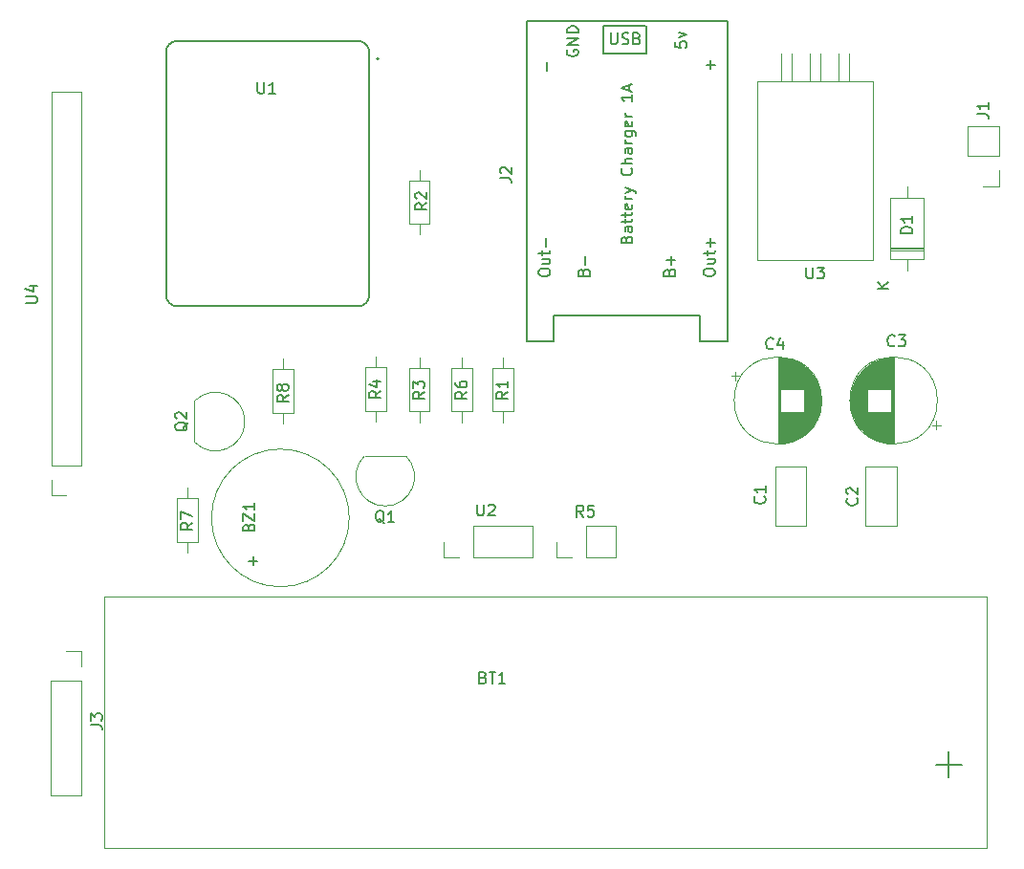
<source format=gbr>
%TF.GenerationSoftware,KiCad,Pcbnew,9.0.3*%
%TF.CreationDate,2025-08-16T14:39:39+02:00*%
%TF.ProjectId,pico-gps-spedometer,7069636f-2d67-4707-932d-737065646f6d,rev?*%
%TF.SameCoordinates,Original*%
%TF.FileFunction,Legend,Top*%
%TF.FilePolarity,Positive*%
%FSLAX46Y46*%
G04 Gerber Fmt 4.6, Leading zero omitted, Abs format (unit mm)*
G04 Created by KiCad (PCBNEW 9.0.3) date 2025-08-16 14:39:39*
%MOMM*%
%LPD*%
G01*
G04 APERTURE LIST*
%ADD10C,0.150000*%
%ADD11C,0.120000*%
%ADD12C,0.127000*%
%ADD13C,0.200000*%
G04 APERTURE END LIST*
D10*
X93964285Y-82431009D02*
X94107142Y-82478628D01*
X94107142Y-82478628D02*
X94154761Y-82526247D01*
X94154761Y-82526247D02*
X94202380Y-82621485D01*
X94202380Y-82621485D02*
X94202380Y-82764342D01*
X94202380Y-82764342D02*
X94154761Y-82859580D01*
X94154761Y-82859580D02*
X94107142Y-82907200D01*
X94107142Y-82907200D02*
X94011904Y-82954819D01*
X94011904Y-82954819D02*
X93630952Y-82954819D01*
X93630952Y-82954819D02*
X93630952Y-81954819D01*
X93630952Y-81954819D02*
X93964285Y-81954819D01*
X93964285Y-81954819D02*
X94059523Y-82002438D01*
X94059523Y-82002438D02*
X94107142Y-82050057D01*
X94107142Y-82050057D02*
X94154761Y-82145295D01*
X94154761Y-82145295D02*
X94154761Y-82240533D01*
X94154761Y-82240533D02*
X94107142Y-82335771D01*
X94107142Y-82335771D02*
X94059523Y-82383390D01*
X94059523Y-82383390D02*
X93964285Y-82431009D01*
X93964285Y-82431009D02*
X93630952Y-82431009D01*
X94488095Y-81954819D02*
X95059523Y-81954819D01*
X94773809Y-82954819D02*
X94773809Y-81954819D01*
X95916666Y-82954819D02*
X95345238Y-82954819D01*
X95630952Y-82954819D02*
X95630952Y-81954819D01*
X95630952Y-81954819D02*
X95535714Y-82097676D01*
X95535714Y-82097676D02*
X95440476Y-82192914D01*
X95440476Y-82192914D02*
X95345238Y-82240533D01*
X134037142Y-90139700D02*
X136322857Y-90139700D01*
X135179999Y-91282557D02*
X135179999Y-88996842D01*
X131954819Y-43078094D02*
X130954819Y-43078094D01*
X130954819Y-43078094D02*
X130954819Y-42839999D01*
X130954819Y-42839999D02*
X131002438Y-42697142D01*
X131002438Y-42697142D02*
X131097676Y-42601904D01*
X131097676Y-42601904D02*
X131192914Y-42554285D01*
X131192914Y-42554285D02*
X131383390Y-42506666D01*
X131383390Y-42506666D02*
X131526247Y-42506666D01*
X131526247Y-42506666D02*
X131716723Y-42554285D01*
X131716723Y-42554285D02*
X131811961Y-42601904D01*
X131811961Y-42601904D02*
X131907200Y-42697142D01*
X131907200Y-42697142D02*
X131954819Y-42839999D01*
X131954819Y-42839999D02*
X131954819Y-43078094D01*
X131954819Y-41554285D02*
X131954819Y-42125713D01*
X131954819Y-41839999D02*
X130954819Y-41839999D01*
X130954819Y-41839999D02*
X131097676Y-41935237D01*
X131097676Y-41935237D02*
X131192914Y-42030475D01*
X131192914Y-42030475D02*
X131240533Y-42125713D01*
X129854819Y-48011904D02*
X128854819Y-48011904D01*
X129854819Y-47440476D02*
X129283390Y-47869047D01*
X128854819Y-47440476D02*
X129426247Y-48011904D01*
X93418095Y-67107319D02*
X93418095Y-67916842D01*
X93418095Y-67916842D02*
X93465714Y-68012080D01*
X93465714Y-68012080D02*
X93513333Y-68059700D01*
X93513333Y-68059700D02*
X93608571Y-68107319D01*
X93608571Y-68107319D02*
X93799047Y-68107319D01*
X93799047Y-68107319D02*
X93894285Y-68059700D01*
X93894285Y-68059700D02*
X93941904Y-68012080D01*
X93941904Y-68012080D02*
X93989523Y-67916842D01*
X93989523Y-67916842D02*
X93989523Y-67107319D01*
X94418095Y-67202557D02*
X94465714Y-67154938D01*
X94465714Y-67154938D02*
X94560952Y-67107319D01*
X94560952Y-67107319D02*
X94799047Y-67107319D01*
X94799047Y-67107319D02*
X94894285Y-67154938D01*
X94894285Y-67154938D02*
X94941904Y-67202557D01*
X94941904Y-67202557D02*
X94989523Y-67297795D01*
X94989523Y-67297795D02*
X94989523Y-67393033D01*
X94989523Y-67393033D02*
X94941904Y-67535890D01*
X94941904Y-67535890D02*
X94370476Y-68107319D01*
X94370476Y-68107319D02*
X94989523Y-68107319D01*
X59204819Y-86623333D02*
X59919104Y-86623333D01*
X59919104Y-86623333D02*
X60061961Y-86670952D01*
X60061961Y-86670952D02*
X60157200Y-86766190D01*
X60157200Y-86766190D02*
X60204819Y-86909047D01*
X60204819Y-86909047D02*
X60204819Y-87004285D01*
X59204819Y-86242380D02*
X59204819Y-85623333D01*
X59204819Y-85623333D02*
X59585771Y-85956666D01*
X59585771Y-85956666D02*
X59585771Y-85813809D01*
X59585771Y-85813809D02*
X59633390Y-85718571D01*
X59633390Y-85718571D02*
X59681009Y-85670952D01*
X59681009Y-85670952D02*
X59776247Y-85623333D01*
X59776247Y-85623333D02*
X60014342Y-85623333D01*
X60014342Y-85623333D02*
X60109580Y-85670952D01*
X60109580Y-85670952D02*
X60157200Y-85718571D01*
X60157200Y-85718571D02*
X60204819Y-85813809D01*
X60204819Y-85813809D02*
X60204819Y-86099523D01*
X60204819Y-86099523D02*
X60157200Y-86194761D01*
X60157200Y-86194761D02*
X60109580Y-86242380D01*
X67800057Y-59845238D02*
X67752438Y-59940476D01*
X67752438Y-59940476D02*
X67657200Y-60035714D01*
X67657200Y-60035714D02*
X67514342Y-60178571D01*
X67514342Y-60178571D02*
X67466723Y-60273809D01*
X67466723Y-60273809D02*
X67466723Y-60369047D01*
X67704819Y-60321428D02*
X67657200Y-60416666D01*
X67657200Y-60416666D02*
X67561961Y-60511904D01*
X67561961Y-60511904D02*
X67371485Y-60559523D01*
X67371485Y-60559523D02*
X67038152Y-60559523D01*
X67038152Y-60559523D02*
X66847676Y-60511904D01*
X66847676Y-60511904D02*
X66752438Y-60416666D01*
X66752438Y-60416666D02*
X66704819Y-60321428D01*
X66704819Y-60321428D02*
X66704819Y-60130952D01*
X66704819Y-60130952D02*
X66752438Y-60035714D01*
X66752438Y-60035714D02*
X66847676Y-59940476D01*
X66847676Y-59940476D02*
X67038152Y-59892857D01*
X67038152Y-59892857D02*
X67371485Y-59892857D01*
X67371485Y-59892857D02*
X67561961Y-59940476D01*
X67561961Y-59940476D02*
X67657200Y-60035714D01*
X67657200Y-60035714D02*
X67704819Y-60130952D01*
X67704819Y-60130952D02*
X67704819Y-60321428D01*
X66800057Y-59511904D02*
X66752438Y-59464285D01*
X66752438Y-59464285D02*
X66704819Y-59369047D01*
X66704819Y-59369047D02*
X66704819Y-59130952D01*
X66704819Y-59130952D02*
X66752438Y-59035714D01*
X66752438Y-59035714D02*
X66800057Y-58988095D01*
X66800057Y-58988095D02*
X66895295Y-58940476D01*
X66895295Y-58940476D02*
X66990533Y-58940476D01*
X66990533Y-58940476D02*
X67133390Y-58988095D01*
X67133390Y-58988095D02*
X67704819Y-59559523D01*
X67704819Y-59559523D02*
X67704819Y-58940476D01*
X122583095Y-46107319D02*
X122583095Y-46916842D01*
X122583095Y-46916842D02*
X122630714Y-47012080D01*
X122630714Y-47012080D02*
X122678333Y-47059700D01*
X122678333Y-47059700D02*
X122773571Y-47107319D01*
X122773571Y-47107319D02*
X122964047Y-47107319D01*
X122964047Y-47107319D02*
X123059285Y-47059700D01*
X123059285Y-47059700D02*
X123106904Y-47012080D01*
X123106904Y-47012080D02*
X123154523Y-46916842D01*
X123154523Y-46916842D02*
X123154523Y-46107319D01*
X123535476Y-46107319D02*
X124154523Y-46107319D01*
X124154523Y-46107319D02*
X123821190Y-46488271D01*
X123821190Y-46488271D02*
X123964047Y-46488271D01*
X123964047Y-46488271D02*
X124059285Y-46535890D01*
X124059285Y-46535890D02*
X124106904Y-46583509D01*
X124106904Y-46583509D02*
X124154523Y-46678747D01*
X124154523Y-46678747D02*
X124154523Y-46916842D01*
X124154523Y-46916842D02*
X124106904Y-47012080D01*
X124106904Y-47012080D02*
X124059285Y-47059700D01*
X124059285Y-47059700D02*
X123964047Y-47107319D01*
X123964047Y-47107319D02*
X123678333Y-47107319D01*
X123678333Y-47107319D02*
X123583095Y-47059700D01*
X123583095Y-47059700D02*
X123535476Y-47012080D01*
X88759819Y-57129166D02*
X88283628Y-57462499D01*
X88759819Y-57700594D02*
X87759819Y-57700594D01*
X87759819Y-57700594D02*
X87759819Y-57319642D01*
X87759819Y-57319642D02*
X87807438Y-57224404D01*
X87807438Y-57224404D02*
X87855057Y-57176785D01*
X87855057Y-57176785D02*
X87950295Y-57129166D01*
X87950295Y-57129166D02*
X88093152Y-57129166D01*
X88093152Y-57129166D02*
X88188390Y-57176785D01*
X88188390Y-57176785D02*
X88236009Y-57224404D01*
X88236009Y-57224404D02*
X88283628Y-57319642D01*
X88283628Y-57319642D02*
X88283628Y-57700594D01*
X87759819Y-56795832D02*
X87759819Y-56176785D01*
X87759819Y-56176785D02*
X88140771Y-56510118D01*
X88140771Y-56510118D02*
X88140771Y-56367261D01*
X88140771Y-56367261D02*
X88188390Y-56272023D01*
X88188390Y-56272023D02*
X88236009Y-56224404D01*
X88236009Y-56224404D02*
X88331247Y-56176785D01*
X88331247Y-56176785D02*
X88569342Y-56176785D01*
X88569342Y-56176785D02*
X88664580Y-56224404D01*
X88664580Y-56224404D02*
X88712200Y-56272023D01*
X88712200Y-56272023D02*
X88759819Y-56367261D01*
X88759819Y-56367261D02*
X88759819Y-56652975D01*
X88759819Y-56652975D02*
X88712200Y-56748213D01*
X88712200Y-56748213D02*
X88664580Y-56795832D01*
X119638333Y-53262080D02*
X119590714Y-53309700D01*
X119590714Y-53309700D02*
X119447857Y-53357319D01*
X119447857Y-53357319D02*
X119352619Y-53357319D01*
X119352619Y-53357319D02*
X119209762Y-53309700D01*
X119209762Y-53309700D02*
X119114524Y-53214461D01*
X119114524Y-53214461D02*
X119066905Y-53119223D01*
X119066905Y-53119223D02*
X119019286Y-52928747D01*
X119019286Y-52928747D02*
X119019286Y-52785890D01*
X119019286Y-52785890D02*
X119066905Y-52595414D01*
X119066905Y-52595414D02*
X119114524Y-52500176D01*
X119114524Y-52500176D02*
X119209762Y-52404938D01*
X119209762Y-52404938D02*
X119352619Y-52357319D01*
X119352619Y-52357319D02*
X119447857Y-52357319D01*
X119447857Y-52357319D02*
X119590714Y-52404938D01*
X119590714Y-52404938D02*
X119638333Y-52452557D01*
X120495476Y-52690652D02*
X120495476Y-53357319D01*
X120257381Y-52309700D02*
X120019286Y-53023985D01*
X120019286Y-53023985D02*
X120638333Y-53023985D01*
X53454819Y-49261904D02*
X54264342Y-49261904D01*
X54264342Y-49261904D02*
X54359580Y-49214285D01*
X54359580Y-49214285D02*
X54407200Y-49166666D01*
X54407200Y-49166666D02*
X54454819Y-49071428D01*
X54454819Y-49071428D02*
X54454819Y-48880952D01*
X54454819Y-48880952D02*
X54407200Y-48785714D01*
X54407200Y-48785714D02*
X54359580Y-48738095D01*
X54359580Y-48738095D02*
X54264342Y-48690476D01*
X54264342Y-48690476D02*
X53454819Y-48690476D01*
X53788152Y-47785714D02*
X54454819Y-47785714D01*
X53407200Y-48023809D02*
X54121485Y-48261904D01*
X54121485Y-48261904D02*
X54121485Y-47642857D01*
X68204819Y-68726666D02*
X67728628Y-69059999D01*
X68204819Y-69298094D02*
X67204819Y-69298094D01*
X67204819Y-69298094D02*
X67204819Y-68917142D01*
X67204819Y-68917142D02*
X67252438Y-68821904D01*
X67252438Y-68821904D02*
X67300057Y-68774285D01*
X67300057Y-68774285D02*
X67395295Y-68726666D01*
X67395295Y-68726666D02*
X67538152Y-68726666D01*
X67538152Y-68726666D02*
X67633390Y-68774285D01*
X67633390Y-68774285D02*
X67681009Y-68821904D01*
X67681009Y-68821904D02*
X67728628Y-68917142D01*
X67728628Y-68917142D02*
X67728628Y-69298094D01*
X67204819Y-68393332D02*
X67204819Y-67726666D01*
X67204819Y-67726666D02*
X68204819Y-68155237D01*
X85189761Y-68762557D02*
X85094523Y-68714938D01*
X85094523Y-68714938D02*
X84999285Y-68619700D01*
X84999285Y-68619700D02*
X84856428Y-68476842D01*
X84856428Y-68476842D02*
X84761190Y-68429223D01*
X84761190Y-68429223D02*
X84665952Y-68429223D01*
X84713571Y-68667319D02*
X84618333Y-68619700D01*
X84618333Y-68619700D02*
X84523095Y-68524461D01*
X84523095Y-68524461D02*
X84475476Y-68333985D01*
X84475476Y-68333985D02*
X84475476Y-68000652D01*
X84475476Y-68000652D02*
X84523095Y-67810176D01*
X84523095Y-67810176D02*
X84618333Y-67714938D01*
X84618333Y-67714938D02*
X84713571Y-67667319D01*
X84713571Y-67667319D02*
X84904047Y-67667319D01*
X84904047Y-67667319D02*
X84999285Y-67714938D01*
X84999285Y-67714938D02*
X85094523Y-67810176D01*
X85094523Y-67810176D02*
X85142142Y-68000652D01*
X85142142Y-68000652D02*
X85142142Y-68333985D01*
X85142142Y-68333985D02*
X85094523Y-68524461D01*
X85094523Y-68524461D02*
X84999285Y-68619700D01*
X84999285Y-68619700D02*
X84904047Y-68667319D01*
X84904047Y-68667319D02*
X84713571Y-68667319D01*
X86094523Y-68667319D02*
X85523095Y-68667319D01*
X85808809Y-68667319D02*
X85808809Y-67667319D01*
X85808809Y-67667319D02*
X85713571Y-67810176D01*
X85713571Y-67810176D02*
X85618333Y-67905414D01*
X85618333Y-67905414D02*
X85523095Y-67953033D01*
X76704819Y-57416666D02*
X76228628Y-57749999D01*
X76704819Y-57988094D02*
X75704819Y-57988094D01*
X75704819Y-57988094D02*
X75704819Y-57607142D01*
X75704819Y-57607142D02*
X75752438Y-57511904D01*
X75752438Y-57511904D02*
X75800057Y-57464285D01*
X75800057Y-57464285D02*
X75895295Y-57416666D01*
X75895295Y-57416666D02*
X76038152Y-57416666D01*
X76038152Y-57416666D02*
X76133390Y-57464285D01*
X76133390Y-57464285D02*
X76181009Y-57511904D01*
X76181009Y-57511904D02*
X76228628Y-57607142D01*
X76228628Y-57607142D02*
X76228628Y-57988094D01*
X76133390Y-56845237D02*
X76085771Y-56940475D01*
X76085771Y-56940475D02*
X76038152Y-56988094D01*
X76038152Y-56988094D02*
X75942914Y-57035713D01*
X75942914Y-57035713D02*
X75895295Y-57035713D01*
X75895295Y-57035713D02*
X75800057Y-56988094D01*
X75800057Y-56988094D02*
X75752438Y-56940475D01*
X75752438Y-56940475D02*
X75704819Y-56845237D01*
X75704819Y-56845237D02*
X75704819Y-56654761D01*
X75704819Y-56654761D02*
X75752438Y-56559523D01*
X75752438Y-56559523D02*
X75800057Y-56511904D01*
X75800057Y-56511904D02*
X75895295Y-56464285D01*
X75895295Y-56464285D02*
X75942914Y-56464285D01*
X75942914Y-56464285D02*
X76038152Y-56511904D01*
X76038152Y-56511904D02*
X76085771Y-56559523D01*
X76085771Y-56559523D02*
X76133390Y-56654761D01*
X76133390Y-56654761D02*
X76133390Y-56845237D01*
X76133390Y-56845237D02*
X76181009Y-56940475D01*
X76181009Y-56940475D02*
X76228628Y-56988094D01*
X76228628Y-56988094D02*
X76323866Y-57035713D01*
X76323866Y-57035713D02*
X76514342Y-57035713D01*
X76514342Y-57035713D02*
X76609580Y-56988094D01*
X76609580Y-56988094D02*
X76657200Y-56940475D01*
X76657200Y-56940475D02*
X76704819Y-56845237D01*
X76704819Y-56845237D02*
X76704819Y-56654761D01*
X76704819Y-56654761D02*
X76657200Y-56559523D01*
X76657200Y-56559523D02*
X76609580Y-56511904D01*
X76609580Y-56511904D02*
X76514342Y-56464285D01*
X76514342Y-56464285D02*
X76323866Y-56464285D01*
X76323866Y-56464285D02*
X76228628Y-56511904D01*
X76228628Y-56511904D02*
X76181009Y-56559523D01*
X76181009Y-56559523D02*
X76133390Y-56654761D01*
X84884819Y-57069166D02*
X84408628Y-57402499D01*
X84884819Y-57640594D02*
X83884819Y-57640594D01*
X83884819Y-57640594D02*
X83884819Y-57259642D01*
X83884819Y-57259642D02*
X83932438Y-57164404D01*
X83932438Y-57164404D02*
X83980057Y-57116785D01*
X83980057Y-57116785D02*
X84075295Y-57069166D01*
X84075295Y-57069166D02*
X84218152Y-57069166D01*
X84218152Y-57069166D02*
X84313390Y-57116785D01*
X84313390Y-57116785D02*
X84361009Y-57164404D01*
X84361009Y-57164404D02*
X84408628Y-57259642D01*
X84408628Y-57259642D02*
X84408628Y-57640594D01*
X84218152Y-56212023D02*
X84884819Y-56212023D01*
X83837200Y-56450118D02*
X84551485Y-56688213D01*
X84551485Y-56688213D02*
X84551485Y-56069166D01*
X127039580Y-66569166D02*
X127087200Y-66616785D01*
X127087200Y-66616785D02*
X127134819Y-66759642D01*
X127134819Y-66759642D02*
X127134819Y-66854880D01*
X127134819Y-66854880D02*
X127087200Y-66997737D01*
X127087200Y-66997737D02*
X126991961Y-67092975D01*
X126991961Y-67092975D02*
X126896723Y-67140594D01*
X126896723Y-67140594D02*
X126706247Y-67188213D01*
X126706247Y-67188213D02*
X126563390Y-67188213D01*
X126563390Y-67188213D02*
X126372914Y-67140594D01*
X126372914Y-67140594D02*
X126277676Y-67092975D01*
X126277676Y-67092975D02*
X126182438Y-66997737D01*
X126182438Y-66997737D02*
X126134819Y-66854880D01*
X126134819Y-66854880D02*
X126134819Y-66759642D01*
X126134819Y-66759642D02*
X126182438Y-66616785D01*
X126182438Y-66616785D02*
X126230057Y-66569166D01*
X126230057Y-66188213D02*
X126182438Y-66140594D01*
X126182438Y-66140594D02*
X126134819Y-66045356D01*
X126134819Y-66045356D02*
X126134819Y-65807261D01*
X126134819Y-65807261D02*
X126182438Y-65712023D01*
X126182438Y-65712023D02*
X126230057Y-65664404D01*
X126230057Y-65664404D02*
X126325295Y-65616785D01*
X126325295Y-65616785D02*
X126420533Y-65616785D01*
X126420533Y-65616785D02*
X126563390Y-65664404D01*
X126563390Y-65664404D02*
X127134819Y-66235832D01*
X127134819Y-66235832D02*
X127134819Y-65616785D01*
X102833333Y-68204819D02*
X102500000Y-67728628D01*
X102261905Y-68204819D02*
X102261905Y-67204819D01*
X102261905Y-67204819D02*
X102642857Y-67204819D01*
X102642857Y-67204819D02*
X102738095Y-67252438D01*
X102738095Y-67252438D02*
X102785714Y-67300057D01*
X102785714Y-67300057D02*
X102833333Y-67395295D01*
X102833333Y-67395295D02*
X102833333Y-67538152D01*
X102833333Y-67538152D02*
X102785714Y-67633390D01*
X102785714Y-67633390D02*
X102738095Y-67681009D01*
X102738095Y-67681009D02*
X102642857Y-67728628D01*
X102642857Y-67728628D02*
X102261905Y-67728628D01*
X103738095Y-67204819D02*
X103261905Y-67204819D01*
X103261905Y-67204819D02*
X103214286Y-67681009D01*
X103214286Y-67681009D02*
X103261905Y-67633390D01*
X103261905Y-67633390D02*
X103357143Y-67585771D01*
X103357143Y-67585771D02*
X103595238Y-67585771D01*
X103595238Y-67585771D02*
X103690476Y-67633390D01*
X103690476Y-67633390D02*
X103738095Y-67681009D01*
X103738095Y-67681009D02*
X103785714Y-67776247D01*
X103785714Y-67776247D02*
X103785714Y-68014342D01*
X103785714Y-68014342D02*
X103738095Y-68109580D01*
X103738095Y-68109580D02*
X103690476Y-68157200D01*
X103690476Y-68157200D02*
X103595238Y-68204819D01*
X103595238Y-68204819D02*
X103357143Y-68204819D01*
X103357143Y-68204819D02*
X103261905Y-68157200D01*
X103261905Y-68157200D02*
X103214286Y-68109580D01*
X137704819Y-32510833D02*
X138419104Y-32510833D01*
X138419104Y-32510833D02*
X138561961Y-32558452D01*
X138561961Y-32558452D02*
X138657200Y-32653690D01*
X138657200Y-32653690D02*
X138704819Y-32796547D01*
X138704819Y-32796547D02*
X138704819Y-32891785D01*
X138704819Y-31510833D02*
X138704819Y-32082261D01*
X138704819Y-31796547D02*
X137704819Y-31796547D01*
X137704819Y-31796547D02*
X137847676Y-31891785D01*
X137847676Y-31891785D02*
X137942914Y-31987023D01*
X137942914Y-31987023D02*
X137990533Y-32082261D01*
X130388333Y-53012080D02*
X130340714Y-53059700D01*
X130340714Y-53059700D02*
X130197857Y-53107319D01*
X130197857Y-53107319D02*
X130102619Y-53107319D01*
X130102619Y-53107319D02*
X129959762Y-53059700D01*
X129959762Y-53059700D02*
X129864524Y-52964461D01*
X129864524Y-52964461D02*
X129816905Y-52869223D01*
X129816905Y-52869223D02*
X129769286Y-52678747D01*
X129769286Y-52678747D02*
X129769286Y-52535890D01*
X129769286Y-52535890D02*
X129816905Y-52345414D01*
X129816905Y-52345414D02*
X129864524Y-52250176D01*
X129864524Y-52250176D02*
X129959762Y-52154938D01*
X129959762Y-52154938D02*
X130102619Y-52107319D01*
X130102619Y-52107319D02*
X130197857Y-52107319D01*
X130197857Y-52107319D02*
X130340714Y-52154938D01*
X130340714Y-52154938D02*
X130388333Y-52202557D01*
X130721667Y-52107319D02*
X131340714Y-52107319D01*
X131340714Y-52107319D02*
X131007381Y-52488271D01*
X131007381Y-52488271D02*
X131150238Y-52488271D01*
X131150238Y-52488271D02*
X131245476Y-52535890D01*
X131245476Y-52535890D02*
X131293095Y-52583509D01*
X131293095Y-52583509D02*
X131340714Y-52678747D01*
X131340714Y-52678747D02*
X131340714Y-52916842D01*
X131340714Y-52916842D02*
X131293095Y-53012080D01*
X131293095Y-53012080D02*
X131245476Y-53059700D01*
X131245476Y-53059700D02*
X131150238Y-53107319D01*
X131150238Y-53107319D02*
X130864524Y-53107319D01*
X130864524Y-53107319D02*
X130769286Y-53059700D01*
X130769286Y-53059700D02*
X130721667Y-53012080D01*
X73181009Y-69130952D02*
X73228628Y-68988095D01*
X73228628Y-68988095D02*
X73276247Y-68940476D01*
X73276247Y-68940476D02*
X73371485Y-68892857D01*
X73371485Y-68892857D02*
X73514342Y-68892857D01*
X73514342Y-68892857D02*
X73609580Y-68940476D01*
X73609580Y-68940476D02*
X73657200Y-68988095D01*
X73657200Y-68988095D02*
X73704819Y-69083333D01*
X73704819Y-69083333D02*
X73704819Y-69464285D01*
X73704819Y-69464285D02*
X72704819Y-69464285D01*
X72704819Y-69464285D02*
X72704819Y-69130952D01*
X72704819Y-69130952D02*
X72752438Y-69035714D01*
X72752438Y-69035714D02*
X72800057Y-68988095D01*
X72800057Y-68988095D02*
X72895295Y-68940476D01*
X72895295Y-68940476D02*
X72990533Y-68940476D01*
X72990533Y-68940476D02*
X73085771Y-68988095D01*
X73085771Y-68988095D02*
X73133390Y-69035714D01*
X73133390Y-69035714D02*
X73181009Y-69130952D01*
X73181009Y-69130952D02*
X73181009Y-69464285D01*
X72704819Y-68559523D02*
X72704819Y-67892857D01*
X72704819Y-67892857D02*
X73704819Y-68559523D01*
X73704819Y-68559523D02*
X73704819Y-67892857D01*
X73704819Y-66988095D02*
X73704819Y-67559523D01*
X73704819Y-67273809D02*
X72704819Y-67273809D01*
X72704819Y-67273809D02*
X72847676Y-67369047D01*
X72847676Y-67369047D02*
X72942914Y-67464285D01*
X72942914Y-67464285D02*
X72990533Y-67559523D01*
X73573866Y-72480951D02*
X73573866Y-71719047D01*
X73954819Y-72099999D02*
X73192914Y-72099999D01*
X73988095Y-29704819D02*
X73988095Y-30514342D01*
X73988095Y-30514342D02*
X74035714Y-30609580D01*
X74035714Y-30609580D02*
X74083333Y-30657200D01*
X74083333Y-30657200D02*
X74178571Y-30704819D01*
X74178571Y-30704819D02*
X74369047Y-30704819D01*
X74369047Y-30704819D02*
X74464285Y-30657200D01*
X74464285Y-30657200D02*
X74511904Y-30609580D01*
X74511904Y-30609580D02*
X74559523Y-30514342D01*
X74559523Y-30514342D02*
X74559523Y-29704819D01*
X75559523Y-30704819D02*
X74988095Y-30704819D01*
X75273809Y-30704819D02*
X75273809Y-29704819D01*
X75273809Y-29704819D02*
X75178571Y-29847676D01*
X75178571Y-29847676D02*
X75083333Y-29942914D01*
X75083333Y-29942914D02*
X74988095Y-29990533D01*
X95472319Y-38223333D02*
X96186604Y-38223333D01*
X96186604Y-38223333D02*
X96329461Y-38270952D01*
X96329461Y-38270952D02*
X96424700Y-38366190D01*
X96424700Y-38366190D02*
X96472319Y-38509047D01*
X96472319Y-38509047D02*
X96472319Y-38604285D01*
X95567557Y-37794761D02*
X95519938Y-37747142D01*
X95519938Y-37747142D02*
X95472319Y-37651904D01*
X95472319Y-37651904D02*
X95472319Y-37413809D01*
X95472319Y-37413809D02*
X95519938Y-37318571D01*
X95519938Y-37318571D02*
X95567557Y-37270952D01*
X95567557Y-37270952D02*
X95662795Y-37223333D01*
X95662795Y-37223333D02*
X95758033Y-37223333D01*
X95758033Y-37223333D02*
X95900890Y-37270952D01*
X95900890Y-37270952D02*
X96472319Y-37842380D01*
X96472319Y-37842380D02*
X96472319Y-37223333D01*
X101419938Y-26851904D02*
X101372319Y-26947142D01*
X101372319Y-26947142D02*
X101372319Y-27089999D01*
X101372319Y-27089999D02*
X101419938Y-27232856D01*
X101419938Y-27232856D02*
X101515176Y-27328094D01*
X101515176Y-27328094D02*
X101610414Y-27375713D01*
X101610414Y-27375713D02*
X101800890Y-27423332D01*
X101800890Y-27423332D02*
X101943747Y-27423332D01*
X101943747Y-27423332D02*
X102134223Y-27375713D01*
X102134223Y-27375713D02*
X102229461Y-27328094D01*
X102229461Y-27328094D02*
X102324700Y-27232856D01*
X102324700Y-27232856D02*
X102372319Y-27089999D01*
X102372319Y-27089999D02*
X102372319Y-26994761D01*
X102372319Y-26994761D02*
X102324700Y-26851904D01*
X102324700Y-26851904D02*
X102277080Y-26804285D01*
X102277080Y-26804285D02*
X101943747Y-26804285D01*
X101943747Y-26804285D02*
X101943747Y-26994761D01*
X102372319Y-26375713D02*
X101372319Y-26375713D01*
X101372319Y-26375713D02*
X102372319Y-25804285D01*
X102372319Y-25804285D02*
X101372319Y-25804285D01*
X102372319Y-25328094D02*
X101372319Y-25328094D01*
X101372319Y-25328094D02*
X101372319Y-25089999D01*
X101372319Y-25089999D02*
X101419938Y-24947142D01*
X101419938Y-24947142D02*
X101515176Y-24851904D01*
X101515176Y-24851904D02*
X101610414Y-24804285D01*
X101610414Y-24804285D02*
X101800890Y-24756666D01*
X101800890Y-24756666D02*
X101943747Y-24756666D01*
X101943747Y-24756666D02*
X102134223Y-24804285D01*
X102134223Y-24804285D02*
X102229461Y-24851904D01*
X102229461Y-24851904D02*
X102324700Y-24947142D01*
X102324700Y-24947142D02*
X102372319Y-25089999D01*
X102372319Y-25089999D02*
X102372319Y-25328094D01*
X106648509Y-43632858D02*
X106696128Y-43490001D01*
X106696128Y-43490001D02*
X106743747Y-43442382D01*
X106743747Y-43442382D02*
X106838985Y-43394763D01*
X106838985Y-43394763D02*
X106981842Y-43394763D01*
X106981842Y-43394763D02*
X107077080Y-43442382D01*
X107077080Y-43442382D02*
X107124700Y-43490001D01*
X107124700Y-43490001D02*
X107172319Y-43585239D01*
X107172319Y-43585239D02*
X107172319Y-43966191D01*
X107172319Y-43966191D02*
X106172319Y-43966191D01*
X106172319Y-43966191D02*
X106172319Y-43632858D01*
X106172319Y-43632858D02*
X106219938Y-43537620D01*
X106219938Y-43537620D02*
X106267557Y-43490001D01*
X106267557Y-43490001D02*
X106362795Y-43442382D01*
X106362795Y-43442382D02*
X106458033Y-43442382D01*
X106458033Y-43442382D02*
X106553271Y-43490001D01*
X106553271Y-43490001D02*
X106600890Y-43537620D01*
X106600890Y-43537620D02*
X106648509Y-43632858D01*
X106648509Y-43632858D02*
X106648509Y-43966191D01*
X107172319Y-42537620D02*
X106648509Y-42537620D01*
X106648509Y-42537620D02*
X106553271Y-42585239D01*
X106553271Y-42585239D02*
X106505652Y-42680477D01*
X106505652Y-42680477D02*
X106505652Y-42870953D01*
X106505652Y-42870953D02*
X106553271Y-42966191D01*
X107124700Y-42537620D02*
X107172319Y-42632858D01*
X107172319Y-42632858D02*
X107172319Y-42870953D01*
X107172319Y-42870953D02*
X107124700Y-42966191D01*
X107124700Y-42966191D02*
X107029461Y-43013810D01*
X107029461Y-43013810D02*
X106934223Y-43013810D01*
X106934223Y-43013810D02*
X106838985Y-42966191D01*
X106838985Y-42966191D02*
X106791366Y-42870953D01*
X106791366Y-42870953D02*
X106791366Y-42632858D01*
X106791366Y-42632858D02*
X106743747Y-42537620D01*
X106505652Y-42204286D02*
X106505652Y-41823334D01*
X106172319Y-42061429D02*
X107029461Y-42061429D01*
X107029461Y-42061429D02*
X107124700Y-42013810D01*
X107124700Y-42013810D02*
X107172319Y-41918572D01*
X107172319Y-41918572D02*
X107172319Y-41823334D01*
X106505652Y-41632857D02*
X106505652Y-41251905D01*
X106172319Y-41490000D02*
X107029461Y-41490000D01*
X107029461Y-41490000D02*
X107124700Y-41442381D01*
X107124700Y-41442381D02*
X107172319Y-41347143D01*
X107172319Y-41347143D02*
X107172319Y-41251905D01*
X107124700Y-40537619D02*
X107172319Y-40632857D01*
X107172319Y-40632857D02*
X107172319Y-40823333D01*
X107172319Y-40823333D02*
X107124700Y-40918571D01*
X107124700Y-40918571D02*
X107029461Y-40966190D01*
X107029461Y-40966190D02*
X106648509Y-40966190D01*
X106648509Y-40966190D02*
X106553271Y-40918571D01*
X106553271Y-40918571D02*
X106505652Y-40823333D01*
X106505652Y-40823333D02*
X106505652Y-40632857D01*
X106505652Y-40632857D02*
X106553271Y-40537619D01*
X106553271Y-40537619D02*
X106648509Y-40490000D01*
X106648509Y-40490000D02*
X106743747Y-40490000D01*
X106743747Y-40490000D02*
X106838985Y-40966190D01*
X107172319Y-40061428D02*
X106505652Y-40061428D01*
X106696128Y-40061428D02*
X106600890Y-40013809D01*
X106600890Y-40013809D02*
X106553271Y-39966190D01*
X106553271Y-39966190D02*
X106505652Y-39870952D01*
X106505652Y-39870952D02*
X106505652Y-39775714D01*
X106505652Y-39537618D02*
X107172319Y-39299523D01*
X106505652Y-39061428D02*
X107172319Y-39299523D01*
X107172319Y-39299523D02*
X107410414Y-39394761D01*
X107410414Y-39394761D02*
X107458033Y-39442380D01*
X107458033Y-39442380D02*
X107505652Y-39537618D01*
X107077080Y-37347142D02*
X107124700Y-37394761D01*
X107124700Y-37394761D02*
X107172319Y-37537618D01*
X107172319Y-37537618D02*
X107172319Y-37632856D01*
X107172319Y-37632856D02*
X107124700Y-37775713D01*
X107124700Y-37775713D02*
X107029461Y-37870951D01*
X107029461Y-37870951D02*
X106934223Y-37918570D01*
X106934223Y-37918570D02*
X106743747Y-37966189D01*
X106743747Y-37966189D02*
X106600890Y-37966189D01*
X106600890Y-37966189D02*
X106410414Y-37918570D01*
X106410414Y-37918570D02*
X106315176Y-37870951D01*
X106315176Y-37870951D02*
X106219938Y-37775713D01*
X106219938Y-37775713D02*
X106172319Y-37632856D01*
X106172319Y-37632856D02*
X106172319Y-37537618D01*
X106172319Y-37537618D02*
X106219938Y-37394761D01*
X106219938Y-37394761D02*
X106267557Y-37347142D01*
X107172319Y-36918570D02*
X106172319Y-36918570D01*
X107172319Y-36489999D02*
X106648509Y-36489999D01*
X106648509Y-36489999D02*
X106553271Y-36537618D01*
X106553271Y-36537618D02*
X106505652Y-36632856D01*
X106505652Y-36632856D02*
X106505652Y-36775713D01*
X106505652Y-36775713D02*
X106553271Y-36870951D01*
X106553271Y-36870951D02*
X106600890Y-36918570D01*
X107172319Y-35585237D02*
X106648509Y-35585237D01*
X106648509Y-35585237D02*
X106553271Y-35632856D01*
X106553271Y-35632856D02*
X106505652Y-35728094D01*
X106505652Y-35728094D02*
X106505652Y-35918570D01*
X106505652Y-35918570D02*
X106553271Y-36013808D01*
X107124700Y-35585237D02*
X107172319Y-35680475D01*
X107172319Y-35680475D02*
X107172319Y-35918570D01*
X107172319Y-35918570D02*
X107124700Y-36013808D01*
X107124700Y-36013808D02*
X107029461Y-36061427D01*
X107029461Y-36061427D02*
X106934223Y-36061427D01*
X106934223Y-36061427D02*
X106838985Y-36013808D01*
X106838985Y-36013808D02*
X106791366Y-35918570D01*
X106791366Y-35918570D02*
X106791366Y-35680475D01*
X106791366Y-35680475D02*
X106743747Y-35585237D01*
X107172319Y-35109046D02*
X106505652Y-35109046D01*
X106696128Y-35109046D02*
X106600890Y-35061427D01*
X106600890Y-35061427D02*
X106553271Y-35013808D01*
X106553271Y-35013808D02*
X106505652Y-34918570D01*
X106505652Y-34918570D02*
X106505652Y-34823332D01*
X106505652Y-34061427D02*
X107315176Y-34061427D01*
X107315176Y-34061427D02*
X107410414Y-34109046D01*
X107410414Y-34109046D02*
X107458033Y-34156665D01*
X107458033Y-34156665D02*
X107505652Y-34251903D01*
X107505652Y-34251903D02*
X107505652Y-34394760D01*
X107505652Y-34394760D02*
X107458033Y-34489998D01*
X107124700Y-34061427D02*
X107172319Y-34156665D01*
X107172319Y-34156665D02*
X107172319Y-34347141D01*
X107172319Y-34347141D02*
X107124700Y-34442379D01*
X107124700Y-34442379D02*
X107077080Y-34489998D01*
X107077080Y-34489998D02*
X106981842Y-34537617D01*
X106981842Y-34537617D02*
X106696128Y-34537617D01*
X106696128Y-34537617D02*
X106600890Y-34489998D01*
X106600890Y-34489998D02*
X106553271Y-34442379D01*
X106553271Y-34442379D02*
X106505652Y-34347141D01*
X106505652Y-34347141D02*
X106505652Y-34156665D01*
X106505652Y-34156665D02*
X106553271Y-34061427D01*
X107124700Y-33204284D02*
X107172319Y-33299522D01*
X107172319Y-33299522D02*
X107172319Y-33489998D01*
X107172319Y-33489998D02*
X107124700Y-33585236D01*
X107124700Y-33585236D02*
X107029461Y-33632855D01*
X107029461Y-33632855D02*
X106648509Y-33632855D01*
X106648509Y-33632855D02*
X106553271Y-33585236D01*
X106553271Y-33585236D02*
X106505652Y-33489998D01*
X106505652Y-33489998D02*
X106505652Y-33299522D01*
X106505652Y-33299522D02*
X106553271Y-33204284D01*
X106553271Y-33204284D02*
X106648509Y-33156665D01*
X106648509Y-33156665D02*
X106743747Y-33156665D01*
X106743747Y-33156665D02*
X106838985Y-33632855D01*
X107172319Y-32728093D02*
X106505652Y-32728093D01*
X106696128Y-32728093D02*
X106600890Y-32680474D01*
X106600890Y-32680474D02*
X106553271Y-32632855D01*
X106553271Y-32632855D02*
X106505652Y-32537617D01*
X106505652Y-32537617D02*
X106505652Y-32442379D01*
X107172319Y-30823331D02*
X107172319Y-31394759D01*
X107172319Y-31109045D02*
X106172319Y-31109045D01*
X106172319Y-31109045D02*
X106315176Y-31204283D01*
X106315176Y-31204283D02*
X106410414Y-31299521D01*
X106410414Y-31299521D02*
X106458033Y-31394759D01*
X106886604Y-30442378D02*
X106886604Y-29966188D01*
X107172319Y-30537616D02*
X106172319Y-30204283D01*
X106172319Y-30204283D02*
X107172319Y-29870950D01*
X110972319Y-26132857D02*
X110972319Y-26609047D01*
X110972319Y-26609047D02*
X111448509Y-26656666D01*
X111448509Y-26656666D02*
X111400890Y-26609047D01*
X111400890Y-26609047D02*
X111353271Y-26513809D01*
X111353271Y-26513809D02*
X111353271Y-26275714D01*
X111353271Y-26275714D02*
X111400890Y-26180476D01*
X111400890Y-26180476D02*
X111448509Y-26132857D01*
X111448509Y-26132857D02*
X111543747Y-26085238D01*
X111543747Y-26085238D02*
X111781842Y-26085238D01*
X111781842Y-26085238D02*
X111877080Y-26132857D01*
X111877080Y-26132857D02*
X111924700Y-26180476D01*
X111924700Y-26180476D02*
X111972319Y-26275714D01*
X111972319Y-26275714D02*
X111972319Y-26513809D01*
X111972319Y-26513809D02*
X111924700Y-26609047D01*
X111924700Y-26609047D02*
X111877080Y-26656666D01*
X111305652Y-25751904D02*
X111972319Y-25513809D01*
X111972319Y-25513809D02*
X111305652Y-25275714D01*
X102848509Y-46537618D02*
X102896128Y-46394761D01*
X102896128Y-46394761D02*
X102943747Y-46347142D01*
X102943747Y-46347142D02*
X103038985Y-46299523D01*
X103038985Y-46299523D02*
X103181842Y-46299523D01*
X103181842Y-46299523D02*
X103277080Y-46347142D01*
X103277080Y-46347142D02*
X103324700Y-46394761D01*
X103324700Y-46394761D02*
X103372319Y-46489999D01*
X103372319Y-46489999D02*
X103372319Y-46870951D01*
X103372319Y-46870951D02*
X102372319Y-46870951D01*
X102372319Y-46870951D02*
X102372319Y-46537618D01*
X102372319Y-46537618D02*
X102419938Y-46442380D01*
X102419938Y-46442380D02*
X102467557Y-46394761D01*
X102467557Y-46394761D02*
X102562795Y-46347142D01*
X102562795Y-46347142D02*
X102658033Y-46347142D01*
X102658033Y-46347142D02*
X102753271Y-46394761D01*
X102753271Y-46394761D02*
X102800890Y-46442380D01*
X102800890Y-46442380D02*
X102848509Y-46537618D01*
X102848509Y-46537618D02*
X102848509Y-46870951D01*
X102991366Y-45870951D02*
X102991366Y-45109047D01*
X98872319Y-46642380D02*
X98872319Y-46451904D01*
X98872319Y-46451904D02*
X98919938Y-46356666D01*
X98919938Y-46356666D02*
X99015176Y-46261428D01*
X99015176Y-46261428D02*
X99205652Y-46213809D01*
X99205652Y-46213809D02*
X99538985Y-46213809D01*
X99538985Y-46213809D02*
X99729461Y-46261428D01*
X99729461Y-46261428D02*
X99824700Y-46356666D01*
X99824700Y-46356666D02*
X99872319Y-46451904D01*
X99872319Y-46451904D02*
X99872319Y-46642380D01*
X99872319Y-46642380D02*
X99824700Y-46737618D01*
X99824700Y-46737618D02*
X99729461Y-46832856D01*
X99729461Y-46832856D02*
X99538985Y-46880475D01*
X99538985Y-46880475D02*
X99205652Y-46880475D01*
X99205652Y-46880475D02*
X99015176Y-46832856D01*
X99015176Y-46832856D02*
X98919938Y-46737618D01*
X98919938Y-46737618D02*
X98872319Y-46642380D01*
X99205652Y-45356666D02*
X99872319Y-45356666D01*
X99205652Y-45785237D02*
X99729461Y-45785237D01*
X99729461Y-45785237D02*
X99824700Y-45737618D01*
X99824700Y-45737618D02*
X99872319Y-45642380D01*
X99872319Y-45642380D02*
X99872319Y-45499523D01*
X99872319Y-45499523D02*
X99824700Y-45404285D01*
X99824700Y-45404285D02*
X99777080Y-45356666D01*
X99205652Y-45023332D02*
X99205652Y-44642380D01*
X98872319Y-44880475D02*
X99729461Y-44880475D01*
X99729461Y-44880475D02*
X99824700Y-44832856D01*
X99824700Y-44832856D02*
X99872319Y-44737618D01*
X99872319Y-44737618D02*
X99872319Y-44642380D01*
X99491366Y-44309046D02*
X99491366Y-43547142D01*
X99573866Y-28670951D02*
X99573866Y-27909047D01*
X114091366Y-28570951D02*
X114091366Y-27809047D01*
X114472319Y-28189999D02*
X113710414Y-28189999D01*
X110448509Y-46537618D02*
X110496128Y-46394761D01*
X110496128Y-46394761D02*
X110543747Y-46347142D01*
X110543747Y-46347142D02*
X110638985Y-46299523D01*
X110638985Y-46299523D02*
X110781842Y-46299523D01*
X110781842Y-46299523D02*
X110877080Y-46347142D01*
X110877080Y-46347142D02*
X110924700Y-46394761D01*
X110924700Y-46394761D02*
X110972319Y-46489999D01*
X110972319Y-46489999D02*
X110972319Y-46870951D01*
X110972319Y-46870951D02*
X109972319Y-46870951D01*
X109972319Y-46870951D02*
X109972319Y-46537618D01*
X109972319Y-46537618D02*
X110019938Y-46442380D01*
X110019938Y-46442380D02*
X110067557Y-46394761D01*
X110067557Y-46394761D02*
X110162795Y-46347142D01*
X110162795Y-46347142D02*
X110258033Y-46347142D01*
X110258033Y-46347142D02*
X110353271Y-46394761D01*
X110353271Y-46394761D02*
X110400890Y-46442380D01*
X110400890Y-46442380D02*
X110448509Y-46537618D01*
X110448509Y-46537618D02*
X110448509Y-46870951D01*
X110591366Y-45870951D02*
X110591366Y-45109047D01*
X110972319Y-45489999D02*
X110210414Y-45489999D01*
X105255595Y-25344819D02*
X105255595Y-26154342D01*
X105255595Y-26154342D02*
X105303214Y-26249580D01*
X105303214Y-26249580D02*
X105350833Y-26297200D01*
X105350833Y-26297200D02*
X105446071Y-26344819D01*
X105446071Y-26344819D02*
X105636547Y-26344819D01*
X105636547Y-26344819D02*
X105731785Y-26297200D01*
X105731785Y-26297200D02*
X105779404Y-26249580D01*
X105779404Y-26249580D02*
X105827023Y-26154342D01*
X105827023Y-26154342D02*
X105827023Y-25344819D01*
X106255595Y-26297200D02*
X106398452Y-26344819D01*
X106398452Y-26344819D02*
X106636547Y-26344819D01*
X106636547Y-26344819D02*
X106731785Y-26297200D01*
X106731785Y-26297200D02*
X106779404Y-26249580D01*
X106779404Y-26249580D02*
X106827023Y-26154342D01*
X106827023Y-26154342D02*
X106827023Y-26059104D01*
X106827023Y-26059104D02*
X106779404Y-25963866D01*
X106779404Y-25963866D02*
X106731785Y-25916247D01*
X106731785Y-25916247D02*
X106636547Y-25868628D01*
X106636547Y-25868628D02*
X106446071Y-25821009D01*
X106446071Y-25821009D02*
X106350833Y-25773390D01*
X106350833Y-25773390D02*
X106303214Y-25725771D01*
X106303214Y-25725771D02*
X106255595Y-25630533D01*
X106255595Y-25630533D02*
X106255595Y-25535295D01*
X106255595Y-25535295D02*
X106303214Y-25440057D01*
X106303214Y-25440057D02*
X106350833Y-25392438D01*
X106350833Y-25392438D02*
X106446071Y-25344819D01*
X106446071Y-25344819D02*
X106684166Y-25344819D01*
X106684166Y-25344819D02*
X106827023Y-25392438D01*
X107588928Y-25821009D02*
X107731785Y-25868628D01*
X107731785Y-25868628D02*
X107779404Y-25916247D01*
X107779404Y-25916247D02*
X107827023Y-26011485D01*
X107827023Y-26011485D02*
X107827023Y-26154342D01*
X107827023Y-26154342D02*
X107779404Y-26249580D01*
X107779404Y-26249580D02*
X107731785Y-26297200D01*
X107731785Y-26297200D02*
X107636547Y-26344819D01*
X107636547Y-26344819D02*
X107255595Y-26344819D01*
X107255595Y-26344819D02*
X107255595Y-25344819D01*
X107255595Y-25344819D02*
X107588928Y-25344819D01*
X107588928Y-25344819D02*
X107684166Y-25392438D01*
X107684166Y-25392438D02*
X107731785Y-25440057D01*
X107731785Y-25440057D02*
X107779404Y-25535295D01*
X107779404Y-25535295D02*
X107779404Y-25630533D01*
X107779404Y-25630533D02*
X107731785Y-25725771D01*
X107731785Y-25725771D02*
X107684166Y-25773390D01*
X107684166Y-25773390D02*
X107588928Y-25821009D01*
X107588928Y-25821009D02*
X107255595Y-25821009D01*
X113472319Y-46642380D02*
X113472319Y-46451904D01*
X113472319Y-46451904D02*
X113519938Y-46356666D01*
X113519938Y-46356666D02*
X113615176Y-46261428D01*
X113615176Y-46261428D02*
X113805652Y-46213809D01*
X113805652Y-46213809D02*
X114138985Y-46213809D01*
X114138985Y-46213809D02*
X114329461Y-46261428D01*
X114329461Y-46261428D02*
X114424700Y-46356666D01*
X114424700Y-46356666D02*
X114472319Y-46451904D01*
X114472319Y-46451904D02*
X114472319Y-46642380D01*
X114472319Y-46642380D02*
X114424700Y-46737618D01*
X114424700Y-46737618D02*
X114329461Y-46832856D01*
X114329461Y-46832856D02*
X114138985Y-46880475D01*
X114138985Y-46880475D02*
X113805652Y-46880475D01*
X113805652Y-46880475D02*
X113615176Y-46832856D01*
X113615176Y-46832856D02*
X113519938Y-46737618D01*
X113519938Y-46737618D02*
X113472319Y-46642380D01*
X113805652Y-45356666D02*
X114472319Y-45356666D01*
X113805652Y-45785237D02*
X114329461Y-45785237D01*
X114329461Y-45785237D02*
X114424700Y-45737618D01*
X114424700Y-45737618D02*
X114472319Y-45642380D01*
X114472319Y-45642380D02*
X114472319Y-45499523D01*
X114472319Y-45499523D02*
X114424700Y-45404285D01*
X114424700Y-45404285D02*
X114377080Y-45356666D01*
X113805652Y-45023332D02*
X113805652Y-44642380D01*
X113472319Y-44880475D02*
X114329461Y-44880475D01*
X114329461Y-44880475D02*
X114424700Y-44832856D01*
X114424700Y-44832856D02*
X114472319Y-44737618D01*
X114472319Y-44737618D02*
X114472319Y-44642380D01*
X114091366Y-44309046D02*
X114091366Y-43547142D01*
X114472319Y-43928094D02*
X113710414Y-43928094D01*
X96134819Y-57129166D02*
X95658628Y-57462499D01*
X96134819Y-57700594D02*
X95134819Y-57700594D01*
X95134819Y-57700594D02*
X95134819Y-57319642D01*
X95134819Y-57319642D02*
X95182438Y-57224404D01*
X95182438Y-57224404D02*
X95230057Y-57176785D01*
X95230057Y-57176785D02*
X95325295Y-57129166D01*
X95325295Y-57129166D02*
X95468152Y-57129166D01*
X95468152Y-57129166D02*
X95563390Y-57176785D01*
X95563390Y-57176785D02*
X95611009Y-57224404D01*
X95611009Y-57224404D02*
X95658628Y-57319642D01*
X95658628Y-57319642D02*
X95658628Y-57700594D01*
X96134819Y-56176785D02*
X96134819Y-56748213D01*
X96134819Y-56462499D02*
X95134819Y-56462499D01*
X95134819Y-56462499D02*
X95277676Y-56557737D01*
X95277676Y-56557737D02*
X95372914Y-56652975D01*
X95372914Y-56652975D02*
X95420533Y-56748213D01*
X88954819Y-40416666D02*
X88478628Y-40749999D01*
X88954819Y-40988094D02*
X87954819Y-40988094D01*
X87954819Y-40988094D02*
X87954819Y-40607142D01*
X87954819Y-40607142D02*
X88002438Y-40511904D01*
X88002438Y-40511904D02*
X88050057Y-40464285D01*
X88050057Y-40464285D02*
X88145295Y-40416666D01*
X88145295Y-40416666D02*
X88288152Y-40416666D01*
X88288152Y-40416666D02*
X88383390Y-40464285D01*
X88383390Y-40464285D02*
X88431009Y-40511904D01*
X88431009Y-40511904D02*
X88478628Y-40607142D01*
X88478628Y-40607142D02*
X88478628Y-40988094D01*
X88050057Y-40035713D02*
X88002438Y-39988094D01*
X88002438Y-39988094D02*
X87954819Y-39892856D01*
X87954819Y-39892856D02*
X87954819Y-39654761D01*
X87954819Y-39654761D02*
X88002438Y-39559523D01*
X88002438Y-39559523D02*
X88050057Y-39511904D01*
X88050057Y-39511904D02*
X88145295Y-39464285D01*
X88145295Y-39464285D02*
X88240533Y-39464285D01*
X88240533Y-39464285D02*
X88383390Y-39511904D01*
X88383390Y-39511904D02*
X88954819Y-40083332D01*
X88954819Y-40083332D02*
X88954819Y-39464285D01*
X118859580Y-66416666D02*
X118907200Y-66464285D01*
X118907200Y-66464285D02*
X118954819Y-66607142D01*
X118954819Y-66607142D02*
X118954819Y-66702380D01*
X118954819Y-66702380D02*
X118907200Y-66845237D01*
X118907200Y-66845237D02*
X118811961Y-66940475D01*
X118811961Y-66940475D02*
X118716723Y-66988094D01*
X118716723Y-66988094D02*
X118526247Y-67035713D01*
X118526247Y-67035713D02*
X118383390Y-67035713D01*
X118383390Y-67035713D02*
X118192914Y-66988094D01*
X118192914Y-66988094D02*
X118097676Y-66940475D01*
X118097676Y-66940475D02*
X118002438Y-66845237D01*
X118002438Y-66845237D02*
X117954819Y-66702380D01*
X117954819Y-66702380D02*
X117954819Y-66607142D01*
X117954819Y-66607142D02*
X118002438Y-66464285D01*
X118002438Y-66464285D02*
X118050057Y-66416666D01*
X118954819Y-65464285D02*
X118954819Y-66035713D01*
X118954819Y-65749999D02*
X117954819Y-65749999D01*
X117954819Y-65749999D02*
X118097676Y-65845237D01*
X118097676Y-65845237D02*
X118192914Y-65940475D01*
X118192914Y-65940475D02*
X118240533Y-66035713D01*
X92509819Y-57129166D02*
X92033628Y-57462499D01*
X92509819Y-57700594D02*
X91509819Y-57700594D01*
X91509819Y-57700594D02*
X91509819Y-57319642D01*
X91509819Y-57319642D02*
X91557438Y-57224404D01*
X91557438Y-57224404D02*
X91605057Y-57176785D01*
X91605057Y-57176785D02*
X91700295Y-57129166D01*
X91700295Y-57129166D02*
X91843152Y-57129166D01*
X91843152Y-57129166D02*
X91938390Y-57176785D01*
X91938390Y-57176785D02*
X91986009Y-57224404D01*
X91986009Y-57224404D02*
X92033628Y-57319642D01*
X92033628Y-57319642D02*
X92033628Y-57700594D01*
X91509819Y-56272023D02*
X91509819Y-56462499D01*
X91509819Y-56462499D02*
X91557438Y-56557737D01*
X91557438Y-56557737D02*
X91605057Y-56605356D01*
X91605057Y-56605356D02*
X91747914Y-56700594D01*
X91747914Y-56700594D02*
X91938390Y-56748213D01*
X91938390Y-56748213D02*
X92319342Y-56748213D01*
X92319342Y-56748213D02*
X92414580Y-56700594D01*
X92414580Y-56700594D02*
X92462200Y-56652975D01*
X92462200Y-56652975D02*
X92509819Y-56557737D01*
X92509819Y-56557737D02*
X92509819Y-56367261D01*
X92509819Y-56367261D02*
X92462200Y-56272023D01*
X92462200Y-56272023D02*
X92414580Y-56224404D01*
X92414580Y-56224404D02*
X92319342Y-56176785D01*
X92319342Y-56176785D02*
X92081247Y-56176785D01*
X92081247Y-56176785D02*
X91986009Y-56224404D01*
X91986009Y-56224404D02*
X91938390Y-56272023D01*
X91938390Y-56272023D02*
X91890771Y-56367261D01*
X91890771Y-56367261D02*
X91890771Y-56557737D01*
X91890771Y-56557737D02*
X91938390Y-56652975D01*
X91938390Y-56652975D02*
X91986009Y-56700594D01*
X91986009Y-56700594D02*
X92081247Y-56748213D01*
D11*
%TO.C,BT1*%
X60410000Y-75302500D02*
X138590000Y-75302500D01*
X60410000Y-97502500D02*
X60410000Y-75302500D01*
X138590000Y-75302500D02*
X138590000Y-97502500D01*
X138590000Y-97502500D02*
X60410000Y-97502500D01*
%TO.C,D1*%
X131500000Y-46410000D02*
X131500000Y-45390000D01*
X130030000Y-44610000D02*
X132970000Y-44610000D01*
X130030000Y-44490000D02*
X132970000Y-44490000D01*
X130030000Y-44370000D02*
X132970000Y-44370000D01*
X131500000Y-38930000D02*
X131500000Y-39950000D01*
X130030000Y-45390000D02*
X132970000Y-45390000D01*
X132970000Y-39950000D01*
X130030000Y-39950000D01*
X130030000Y-45390000D01*
%TO.C,U2*%
X90470000Y-71782500D02*
X90470000Y-70402500D01*
X91850000Y-71782500D02*
X90470000Y-71782500D01*
X93120000Y-69022500D02*
X98310000Y-69022500D01*
X93120000Y-71782500D02*
X93120000Y-69022500D01*
X93120000Y-71782500D02*
X98310000Y-71782500D01*
X98310000Y-71782500D02*
X98310000Y-69022500D01*
%TO.C,J3*%
X55670000Y-82690000D02*
X55670000Y-92910000D01*
X55670000Y-82690000D02*
X58330000Y-82690000D01*
X55670000Y-92910000D02*
X58330000Y-92910000D01*
X57000000Y-80090000D02*
X58330000Y-80090000D01*
X58330000Y-80090000D02*
X58330000Y-81420000D01*
X58330000Y-82690000D02*
X58330000Y-92910000D01*
%TO.C,Q2*%
X68400000Y-57970000D02*
X68400000Y-61570000D01*
X68411522Y-57931522D02*
G75*
G02*
X72850001Y-59770000I1838478J-1838478D01*
G01*
X72850000Y-59770000D02*
G75*
G02*
X68411522Y-61608478I-2600000J0D01*
G01*
%TO.C,U3*%
X118235000Y-29602500D02*
X118235000Y-45472500D01*
X120320000Y-29602500D02*
X120320000Y-27162500D01*
X121290000Y-29602500D02*
X121290000Y-27162500D01*
X122860000Y-29602500D02*
X122860000Y-27162500D01*
X123830000Y-29602500D02*
X123830000Y-27162500D01*
X125400000Y-29602500D02*
X125400000Y-27162500D01*
X126370000Y-29602500D02*
X126370000Y-27162500D01*
X128455000Y-29602500D02*
X118235000Y-29602500D01*
X128455000Y-29602500D02*
X128455000Y-45472500D01*
X128455000Y-45472500D02*
X118235000Y-45472500D01*
%TO.C,R3*%
X88305000Y-54092500D02*
X88305000Y-55042500D01*
X88305000Y-59832500D02*
X88305000Y-58882500D01*
X89225000Y-55042500D02*
X87385000Y-55042500D01*
X87385000Y-58882500D01*
X89225000Y-58882500D01*
X89225000Y-55042500D01*
%TO.C,C4*%
X115912789Y-55727500D02*
X116662789Y-55727500D01*
X116287789Y-55352500D02*
X116287789Y-56102500D01*
X120055000Y-54072500D02*
X120055000Y-61732500D01*
X120095000Y-54072500D02*
X120095000Y-61732500D01*
X120135000Y-54073500D02*
X120135000Y-61731500D01*
X120175000Y-54074500D02*
X120175000Y-61730500D01*
X120215000Y-54075500D02*
X120215000Y-61729500D01*
X120255000Y-54077500D02*
X120255000Y-61727500D01*
X120295000Y-54079500D02*
X120295000Y-56862500D01*
X120295000Y-58942500D02*
X120295000Y-61725500D01*
X120335000Y-54082500D02*
X120335000Y-56862500D01*
X120335000Y-58942500D02*
X120335000Y-61722500D01*
X120375000Y-54085500D02*
X120375000Y-56862500D01*
X120375000Y-58942500D02*
X120375000Y-61719500D01*
X120415000Y-54089500D02*
X120415000Y-56862500D01*
X120415000Y-58942500D02*
X120415000Y-61715500D01*
X120455000Y-54093500D02*
X120455000Y-56862500D01*
X120455000Y-58942500D02*
X120455000Y-61711500D01*
X120495000Y-54097500D02*
X120495000Y-56862500D01*
X120495000Y-58942500D02*
X120495000Y-61707500D01*
X120535000Y-54102500D02*
X120535000Y-56862500D01*
X120535000Y-58942500D02*
X120535000Y-61702500D01*
X120575000Y-54107500D02*
X120575000Y-56862500D01*
X120575000Y-58942500D02*
X120575000Y-61697500D01*
X120615000Y-54113500D02*
X120615000Y-56862500D01*
X120615000Y-58942500D02*
X120615000Y-61691500D01*
X120655000Y-54119500D02*
X120655000Y-56862500D01*
X120655000Y-58942500D02*
X120655000Y-61685500D01*
X120695000Y-54125500D02*
X120695000Y-56862500D01*
X120695000Y-58942500D02*
X120695000Y-61679500D01*
X120735000Y-54132500D02*
X120735000Y-56862500D01*
X120735000Y-58942500D02*
X120735000Y-61672500D01*
X120775000Y-54140500D02*
X120775000Y-56862500D01*
X120775000Y-58942500D02*
X120775000Y-61664500D01*
X120815000Y-54147500D02*
X120815000Y-56862500D01*
X120815000Y-58942500D02*
X120815000Y-61657500D01*
X120855000Y-54156500D02*
X120855000Y-56862500D01*
X120855000Y-58942500D02*
X120855000Y-61648500D01*
X120895000Y-54164500D02*
X120895000Y-56862500D01*
X120895000Y-58942500D02*
X120895000Y-61640500D01*
X120935000Y-54173500D02*
X120935000Y-56862500D01*
X120935000Y-58942500D02*
X120935000Y-61631500D01*
X120975000Y-54183500D02*
X120975000Y-56862500D01*
X120975000Y-58942500D02*
X120975000Y-61621500D01*
X121015000Y-54193500D02*
X121015000Y-56862500D01*
X121015000Y-58942500D02*
X121015000Y-61611500D01*
X121055000Y-54203500D02*
X121055000Y-56862500D01*
X121055000Y-58942500D02*
X121055000Y-61601500D01*
X121095000Y-54214500D02*
X121095000Y-56862500D01*
X121095000Y-58942500D02*
X121095000Y-61590500D01*
X121135000Y-54226500D02*
X121135000Y-56862500D01*
X121135000Y-58942500D02*
X121135000Y-61578500D01*
X121175000Y-54238500D02*
X121175000Y-56862500D01*
X121175000Y-58942500D02*
X121175000Y-61566500D01*
X121215000Y-54250500D02*
X121215000Y-56862500D01*
X121215000Y-58942500D02*
X121215000Y-61554500D01*
X121255000Y-54263500D02*
X121255000Y-56862500D01*
X121255000Y-58942500D02*
X121255000Y-61541500D01*
X121295000Y-54276500D02*
X121295000Y-56862500D01*
X121295000Y-58942500D02*
X121295000Y-61528500D01*
X121335000Y-54290500D02*
X121335000Y-56862500D01*
X121335000Y-58942500D02*
X121335000Y-61514500D01*
X121375000Y-54304500D02*
X121375000Y-56862500D01*
X121375000Y-58942500D02*
X121375000Y-61500500D01*
X121415000Y-54319500D02*
X121415000Y-56862500D01*
X121415000Y-58942500D02*
X121415000Y-61485500D01*
X121455000Y-54334500D02*
X121455000Y-56862500D01*
X121455000Y-58942500D02*
X121455000Y-61470500D01*
X121495000Y-54350500D02*
X121495000Y-56862500D01*
X121495000Y-58942500D02*
X121495000Y-61454500D01*
X121535000Y-54366500D02*
X121535000Y-56862500D01*
X121535000Y-58942500D02*
X121535000Y-61438500D01*
X121575000Y-54383500D02*
X121575000Y-56862500D01*
X121575000Y-58942500D02*
X121575000Y-61421500D01*
X121615000Y-54400500D02*
X121615000Y-56862500D01*
X121615000Y-58942500D02*
X121615000Y-61404500D01*
X121655000Y-54418500D02*
X121655000Y-56862500D01*
X121655000Y-58942500D02*
X121655000Y-61386500D01*
X121695000Y-54437500D02*
X121695000Y-56862500D01*
X121695000Y-58942500D02*
X121695000Y-61367500D01*
X121735000Y-54456500D02*
X121735000Y-56862500D01*
X121735000Y-58942500D02*
X121735000Y-61348500D01*
X121775000Y-54475500D02*
X121775000Y-56862500D01*
X121775000Y-58942500D02*
X121775000Y-61329500D01*
X121815000Y-54495500D02*
X121815000Y-56862500D01*
X121815000Y-58942500D02*
X121815000Y-61309500D01*
X121855000Y-54516500D02*
X121855000Y-56862500D01*
X121855000Y-58942500D02*
X121855000Y-61288500D01*
X121895000Y-54537500D02*
X121895000Y-56862500D01*
X121895000Y-58942500D02*
X121895000Y-61267500D01*
X121935000Y-54559500D02*
X121935000Y-56862500D01*
X121935000Y-58942500D02*
X121935000Y-61245500D01*
X121975000Y-54582500D02*
X121975000Y-56862500D01*
X121975000Y-58942500D02*
X121975000Y-61222500D01*
X122015000Y-54605500D02*
X122015000Y-56862500D01*
X122015000Y-58942500D02*
X122015000Y-61199500D01*
X122055000Y-54629500D02*
X122055000Y-56862500D01*
X122055000Y-58942500D02*
X122055000Y-61175500D01*
X122095000Y-54653500D02*
X122095000Y-56862500D01*
X122095000Y-58942500D02*
X122095000Y-61151500D01*
X122135000Y-54678500D02*
X122135000Y-56862500D01*
X122135000Y-58942500D02*
X122135000Y-61126500D01*
X122175000Y-54704500D02*
X122175000Y-56862500D01*
X122175000Y-58942500D02*
X122175000Y-61100500D01*
X122215000Y-54731500D02*
X122215000Y-56862500D01*
X122215000Y-58942500D02*
X122215000Y-61073500D01*
X122255000Y-54758500D02*
X122255000Y-56862500D01*
X122255000Y-58942500D02*
X122255000Y-61046500D01*
X122295000Y-54786500D02*
X122295000Y-56862500D01*
X122295000Y-58942500D02*
X122295000Y-61018500D01*
X122335000Y-54815500D02*
X122335000Y-56862500D01*
X122335000Y-58942500D02*
X122335000Y-60989500D01*
X122375000Y-54845500D02*
X122375000Y-60959500D01*
X122415000Y-54875500D02*
X122415000Y-60929500D01*
X122455000Y-54906500D02*
X122455000Y-60898500D01*
X122495000Y-54938500D02*
X122495000Y-60866500D01*
X122535000Y-54971500D02*
X122535000Y-60833500D01*
X122575000Y-55005500D02*
X122575000Y-60799500D01*
X122615000Y-55040500D02*
X122615000Y-60764500D01*
X122655000Y-55075500D02*
X122655000Y-60729500D01*
X122695000Y-55112500D02*
X122695000Y-60692500D01*
X122735000Y-55150500D02*
X122735000Y-60654500D01*
X122775000Y-55189500D02*
X122775000Y-60615500D01*
X122815000Y-55229500D02*
X122815000Y-60575500D01*
X122855000Y-55271500D02*
X122855000Y-60533500D01*
X122895000Y-55313500D02*
X122895000Y-60491500D01*
X122935000Y-55357500D02*
X122935000Y-60447500D01*
X122975000Y-55402500D02*
X122975000Y-60402500D01*
X123015000Y-55449500D02*
X123015000Y-60355500D01*
X123055000Y-55497500D02*
X123055000Y-60307500D01*
X123095000Y-55547500D02*
X123095000Y-60257500D01*
X123135000Y-55599500D02*
X123135000Y-60205500D01*
X123175000Y-55652500D02*
X123175000Y-60152500D01*
X123215000Y-55708500D02*
X123215000Y-60096500D01*
X123255000Y-55766500D02*
X123255000Y-60038500D01*
X123295000Y-55826500D02*
X123295000Y-59978500D01*
X123335000Y-55888500D02*
X123335000Y-59916500D01*
X123375000Y-55953500D02*
X123375000Y-59851500D01*
X123415000Y-56022500D02*
X123415000Y-59782500D01*
X123455000Y-56094500D02*
X123455000Y-59710500D01*
X123495000Y-56169500D02*
X123495000Y-59635500D01*
X123535000Y-56249500D02*
X123535000Y-59555500D01*
X123575000Y-56334500D02*
X123575000Y-59470500D01*
X123615000Y-56424500D02*
X123615000Y-59380500D01*
X123655000Y-56522500D02*
X123655000Y-59282500D01*
X123695000Y-56628500D02*
X123695000Y-59176500D01*
X123735000Y-56744500D02*
X123735000Y-59060500D01*
X123775000Y-56875500D02*
X123775000Y-58929500D01*
X123815000Y-57026500D02*
X123815000Y-58778500D01*
X123855000Y-57209500D02*
X123855000Y-58595500D01*
X123895000Y-57461500D02*
X123895000Y-58343500D01*
X123925000Y-57902500D02*
G75*
G02*
X116185000Y-57902500I-3870000J0D01*
G01*
X116185000Y-57902500D02*
G75*
G02*
X123925000Y-57902500I3870000J0D01*
G01*
%TO.C,U4*%
X55725000Y-63652500D02*
X55725000Y-30572500D01*
X55725000Y-66252500D02*
X55725000Y-64922500D01*
X57055000Y-66252500D02*
X55725000Y-66252500D01*
X58385000Y-30572500D02*
X55725000Y-30572500D01*
X58385000Y-63652500D02*
X55725000Y-63652500D01*
X58385000Y-63652500D02*
X58385000Y-30572500D01*
%TO.C,R7*%
X67750000Y-65630000D02*
X67750000Y-66580000D01*
X67750000Y-71370000D02*
X67750000Y-70420000D01*
X66830000Y-70420000D02*
X68670000Y-70420000D01*
X68670000Y-66580000D01*
X66830000Y-66580000D01*
X66830000Y-70420000D01*
%TO.C,Q1*%
X87085000Y-62802500D02*
X83485000Y-62802500D01*
X85285000Y-67252500D02*
G75*
G02*
X83446522Y-62814022I0J2600000D01*
G01*
X87123478Y-62814022D02*
G75*
G02*
X85285000Y-67252501I-1838478J-1838478D01*
G01*
%TO.C,R8*%
X76250000Y-54190000D02*
X76250000Y-55140000D01*
X76250000Y-59930000D02*
X76250000Y-58980000D01*
X75330000Y-58980000D02*
X77170000Y-58980000D01*
X77170000Y-55140000D01*
X75330000Y-55140000D01*
X75330000Y-58980000D01*
%TO.C,R4*%
X84430000Y-54032500D02*
X84430000Y-54982500D01*
X84430000Y-59772500D02*
X84430000Y-58822500D01*
X85350000Y-54982500D02*
X83510000Y-54982500D01*
X83510000Y-58822500D01*
X85350000Y-58822500D01*
X85350000Y-54982500D01*
%TO.C,C2*%
X127810000Y-63782500D02*
X130550000Y-63782500D01*
X127810000Y-69022500D02*
X127810000Y-63782500D01*
X130550000Y-63782500D02*
X130550000Y-69022500D01*
X130550000Y-69022500D02*
X127810000Y-69022500D01*
%TO.C,R5*%
X100425000Y-71782500D02*
X100425000Y-70402500D01*
X101805000Y-71782500D02*
X100425000Y-71782500D01*
X103075000Y-69022500D02*
X105725000Y-69022500D01*
X103075000Y-71782500D02*
X103075000Y-69022500D01*
X103075000Y-71782500D02*
X105725000Y-71782500D01*
X105725000Y-71782500D02*
X105725000Y-69022500D01*
%TO.C,J1*%
X139630000Y-38905000D02*
X138250000Y-38905000D01*
X139630000Y-37525000D02*
X139630000Y-38905000D01*
X139630000Y-36255000D02*
X139630000Y-33605000D01*
X139630000Y-36255000D02*
X136870000Y-36255000D01*
X139630000Y-33605000D02*
X136870000Y-33605000D01*
X136870000Y-36255000D02*
X136870000Y-33605000D01*
%TO.C,C3*%
X126465000Y-58343500D02*
X126465000Y-57461500D01*
X126505000Y-58595500D02*
X126505000Y-57209500D01*
X126545000Y-58778500D02*
X126545000Y-57026500D01*
X126585000Y-58929500D02*
X126585000Y-56875500D01*
X126625000Y-59060500D02*
X126625000Y-56744500D01*
X126665000Y-59176500D02*
X126665000Y-56628500D01*
X126705000Y-59282500D02*
X126705000Y-56522500D01*
X126745000Y-59380500D02*
X126745000Y-56424500D01*
X126785000Y-59470500D02*
X126785000Y-56334500D01*
X126825000Y-59555500D02*
X126825000Y-56249500D01*
X126865000Y-59635500D02*
X126865000Y-56169500D01*
X126905000Y-59710500D02*
X126905000Y-56094500D01*
X126945000Y-59782500D02*
X126945000Y-56022500D01*
X126985000Y-59851500D02*
X126985000Y-55953500D01*
X127025000Y-59916500D02*
X127025000Y-55888500D01*
X127065000Y-59978500D02*
X127065000Y-55826500D01*
X127105000Y-60038500D02*
X127105000Y-55766500D01*
X127145000Y-60096500D02*
X127145000Y-55708500D01*
X127185000Y-60152500D02*
X127185000Y-55652500D01*
X127225000Y-60205500D02*
X127225000Y-55599500D01*
X127265000Y-60257500D02*
X127265000Y-55547500D01*
X127305000Y-60307500D02*
X127305000Y-55497500D01*
X127345000Y-60355500D02*
X127345000Y-55449500D01*
X127385000Y-60402500D02*
X127385000Y-55402500D01*
X127425000Y-60447500D02*
X127425000Y-55357500D01*
X127465000Y-60491500D02*
X127465000Y-55313500D01*
X127505000Y-60533500D02*
X127505000Y-55271500D01*
X127545000Y-60575500D02*
X127545000Y-55229500D01*
X127585000Y-60615500D02*
X127585000Y-55189500D01*
X127625000Y-60654500D02*
X127625000Y-55150500D01*
X127665000Y-60692500D02*
X127665000Y-55112500D01*
X127705000Y-60729500D02*
X127705000Y-55075500D01*
X127745000Y-60764500D02*
X127745000Y-55040500D01*
X127785000Y-60799500D02*
X127785000Y-55005500D01*
X127825000Y-60833500D02*
X127825000Y-54971500D01*
X127865000Y-60866500D02*
X127865000Y-54938500D01*
X127905000Y-60898500D02*
X127905000Y-54906500D01*
X127945000Y-60929500D02*
X127945000Y-54875500D01*
X127985000Y-60959500D02*
X127985000Y-54845500D01*
X128025000Y-56862500D02*
X128025000Y-54815500D01*
X128025000Y-60989500D02*
X128025000Y-58942500D01*
X128065000Y-56862500D02*
X128065000Y-54786500D01*
X128065000Y-61018500D02*
X128065000Y-58942500D01*
X128105000Y-56862500D02*
X128105000Y-54758500D01*
X128105000Y-61046500D02*
X128105000Y-58942500D01*
X128145000Y-56862500D02*
X128145000Y-54731500D01*
X128145000Y-61073500D02*
X128145000Y-58942500D01*
X128185000Y-56862500D02*
X128185000Y-54704500D01*
X128185000Y-61100500D02*
X128185000Y-58942500D01*
X128225000Y-56862500D02*
X128225000Y-54678500D01*
X128225000Y-61126500D02*
X128225000Y-58942500D01*
X128265000Y-56862500D02*
X128265000Y-54653500D01*
X128265000Y-61151500D02*
X128265000Y-58942500D01*
X128305000Y-56862500D02*
X128305000Y-54629500D01*
X128305000Y-61175500D02*
X128305000Y-58942500D01*
X128345000Y-56862500D02*
X128345000Y-54605500D01*
X128345000Y-61199500D02*
X128345000Y-58942500D01*
X128385000Y-56862500D02*
X128385000Y-54582500D01*
X128385000Y-61222500D02*
X128385000Y-58942500D01*
X128425000Y-56862500D02*
X128425000Y-54559500D01*
X128425000Y-61245500D02*
X128425000Y-58942500D01*
X128465000Y-56862500D02*
X128465000Y-54537500D01*
X128465000Y-61267500D02*
X128465000Y-58942500D01*
X128505000Y-56862500D02*
X128505000Y-54516500D01*
X128505000Y-61288500D02*
X128505000Y-58942500D01*
X128545000Y-56862500D02*
X128545000Y-54495500D01*
X128545000Y-61309500D02*
X128545000Y-58942500D01*
X128585000Y-56862500D02*
X128585000Y-54475500D01*
X128585000Y-61329500D02*
X128585000Y-58942500D01*
X128625000Y-56862500D02*
X128625000Y-54456500D01*
X128625000Y-61348500D02*
X128625000Y-58942500D01*
X128665000Y-56862500D02*
X128665000Y-54437500D01*
X128665000Y-61367500D02*
X128665000Y-58942500D01*
X128705000Y-56862500D02*
X128705000Y-54418500D01*
X128705000Y-61386500D02*
X128705000Y-58942500D01*
X128745000Y-56862500D02*
X128745000Y-54400500D01*
X128745000Y-61404500D02*
X128745000Y-58942500D01*
X128785000Y-56862500D02*
X128785000Y-54383500D01*
X128785000Y-61421500D02*
X128785000Y-58942500D01*
X128825000Y-56862500D02*
X128825000Y-54366500D01*
X128825000Y-61438500D02*
X128825000Y-58942500D01*
X128865000Y-56862500D02*
X128865000Y-54350500D01*
X128865000Y-61454500D02*
X128865000Y-58942500D01*
X128905000Y-56862500D02*
X128905000Y-54334500D01*
X128905000Y-61470500D02*
X128905000Y-58942500D01*
X128945000Y-56862500D02*
X128945000Y-54319500D01*
X128945000Y-61485500D02*
X128945000Y-58942500D01*
X128985000Y-56862500D02*
X128985000Y-54304500D01*
X128985000Y-61500500D02*
X128985000Y-58942500D01*
X129025000Y-56862500D02*
X129025000Y-54290500D01*
X129025000Y-61514500D02*
X129025000Y-58942500D01*
X129065000Y-56862500D02*
X129065000Y-54276500D01*
X129065000Y-61528500D02*
X129065000Y-58942500D01*
X129105000Y-56862500D02*
X129105000Y-54263500D01*
X129105000Y-61541500D02*
X129105000Y-58942500D01*
X129145000Y-56862500D02*
X129145000Y-54250500D01*
X129145000Y-61554500D02*
X129145000Y-58942500D01*
X129185000Y-56862500D02*
X129185000Y-54238500D01*
X129185000Y-61566500D02*
X129185000Y-58942500D01*
X129225000Y-56862500D02*
X129225000Y-54226500D01*
X129225000Y-61578500D02*
X129225000Y-58942500D01*
X129265000Y-56862500D02*
X129265000Y-54214500D01*
X129265000Y-61590500D02*
X129265000Y-58942500D01*
X129305000Y-56862500D02*
X129305000Y-54203500D01*
X129305000Y-61601500D02*
X129305000Y-58942500D01*
X129345000Y-56862500D02*
X129345000Y-54193500D01*
X129345000Y-61611500D02*
X129345000Y-58942500D01*
X129385000Y-56862500D02*
X129385000Y-54183500D01*
X129385000Y-61621500D02*
X129385000Y-58942500D01*
X129425000Y-56862500D02*
X129425000Y-54173500D01*
X129425000Y-61631500D02*
X129425000Y-58942500D01*
X129465000Y-56862500D02*
X129465000Y-54164500D01*
X129465000Y-61640500D02*
X129465000Y-58942500D01*
X129505000Y-56862500D02*
X129505000Y-54156500D01*
X129505000Y-61648500D02*
X129505000Y-58942500D01*
X129545000Y-56862500D02*
X129545000Y-54147500D01*
X129545000Y-61657500D02*
X129545000Y-58942500D01*
X129585000Y-56862500D02*
X129585000Y-54140500D01*
X129585000Y-61664500D02*
X129585000Y-58942500D01*
X129625000Y-56862500D02*
X129625000Y-54132500D01*
X129625000Y-61672500D02*
X129625000Y-58942500D01*
X129665000Y-56862500D02*
X129665000Y-54125500D01*
X129665000Y-61679500D02*
X129665000Y-58942500D01*
X129705000Y-56862500D02*
X129705000Y-54119500D01*
X129705000Y-61685500D02*
X129705000Y-58942500D01*
X129745000Y-56862500D02*
X129745000Y-54113500D01*
X129745000Y-61691500D02*
X129745000Y-58942500D01*
X129785000Y-56862500D02*
X129785000Y-54107500D01*
X129785000Y-61697500D02*
X129785000Y-58942500D01*
X129825000Y-56862500D02*
X129825000Y-54102500D01*
X129825000Y-61702500D02*
X129825000Y-58942500D01*
X129865000Y-56862500D02*
X129865000Y-54097500D01*
X129865000Y-61707500D02*
X129865000Y-58942500D01*
X129905000Y-56862500D02*
X129905000Y-54093500D01*
X129905000Y-61711500D02*
X129905000Y-58942500D01*
X129945000Y-56862500D02*
X129945000Y-54089500D01*
X129945000Y-61715500D02*
X129945000Y-58942500D01*
X129985000Y-56862500D02*
X129985000Y-54085500D01*
X129985000Y-61719500D02*
X129985000Y-58942500D01*
X130025000Y-56862500D02*
X130025000Y-54082500D01*
X130025000Y-61722500D02*
X130025000Y-58942500D01*
X130065000Y-56862500D02*
X130065000Y-54079500D01*
X130065000Y-61725500D02*
X130065000Y-58942500D01*
X130105000Y-61727500D02*
X130105000Y-54077500D01*
X130145000Y-61729500D02*
X130145000Y-54075500D01*
X130185000Y-61730500D02*
X130185000Y-54074500D01*
X130225000Y-61731500D02*
X130225000Y-54073500D01*
X130265000Y-61732500D02*
X130265000Y-54072500D01*
X130305000Y-61732500D02*
X130305000Y-54072500D01*
X134072211Y-60452500D02*
X134072211Y-59702500D01*
X134447211Y-60077500D02*
X133697211Y-60077500D01*
X134175000Y-57902500D02*
G75*
G02*
X126435000Y-57902500I-3870000J0D01*
G01*
X126435000Y-57902500D02*
G75*
G02*
X134175000Y-57902500I3870000J0D01*
G01*
%TO.C,BZ1*%
X82100000Y-68300000D02*
G75*
G02*
X69900000Y-68300000I-6100000J0D01*
G01*
X69900000Y-68300000D02*
G75*
G02*
X82100000Y-68300000I6100000J0D01*
G01*
D12*
%TO.C,U1*%
X65870000Y-27062500D02*
X65870000Y-48562500D01*
X66870000Y-49562500D02*
X82870000Y-49562500D01*
X82870000Y-26062500D02*
X66870000Y-26062500D01*
X83870000Y-48562500D02*
X83870000Y-27062500D01*
X65870000Y-27062500D02*
G75*
G02*
X66870000Y-26062500I999999J1D01*
G01*
X66870000Y-49562500D02*
G75*
G02*
X65870000Y-48562500I-1J999999D01*
G01*
X82870000Y-26062500D02*
G75*
G02*
X83870000Y-27062500I0J-1000000D01*
G01*
X83870000Y-48562500D02*
G75*
G02*
X82870000Y-49562500I-1000000J0D01*
G01*
D13*
X84720000Y-27652500D02*
G75*
G02*
X84520000Y-27652500I-100000J0D01*
G01*
X84520000Y-27652500D02*
G75*
G02*
X84720000Y-27652500I100000J0D01*
G01*
D10*
%TO.C,J2*%
X97817500Y-24290000D02*
X115617500Y-24290000D01*
X97817500Y-52690000D02*
X97817500Y-24290000D01*
X99917500Y-52690000D02*
X97817500Y-52690000D01*
X100217500Y-50390000D02*
X100217500Y-50690000D01*
X100217500Y-50590000D02*
X100217500Y-52690000D01*
X100217500Y-52690000D02*
X99917500Y-52690000D01*
X104617500Y-24690000D02*
X108317500Y-24690000D01*
X104617500Y-27190000D02*
X104617500Y-24690000D01*
X108417500Y-24690000D02*
X108417500Y-27190000D01*
X108417500Y-27190000D02*
X104617500Y-27190000D01*
X113117500Y-50390000D02*
X100217500Y-50390000D01*
X113117500Y-52690000D02*
X113117500Y-50390000D01*
X115617500Y-24290000D02*
X115617500Y-50590000D01*
X115617500Y-50590000D02*
X115617500Y-52690000D01*
X115617500Y-52690000D02*
X113117500Y-52690000D01*
D11*
%TO.C,R1*%
X95680000Y-54092500D02*
X95680000Y-55042500D01*
X95680000Y-59832500D02*
X95680000Y-58882500D01*
X94760000Y-58882500D02*
X96600000Y-58882500D01*
X96600000Y-55042500D01*
X94760000Y-55042500D01*
X94760000Y-58882500D01*
%TO.C,R2*%
X88305000Y-37472500D02*
X88305000Y-38422500D01*
X88305000Y-43212500D02*
X88305000Y-42262500D01*
X89225000Y-38422500D02*
X87385000Y-38422500D01*
X87385000Y-42262500D01*
X89225000Y-42262500D01*
X89225000Y-38422500D01*
%TO.C,C1*%
X119810000Y-63782500D02*
X122550000Y-63782500D01*
X119810000Y-69022500D02*
X119810000Y-63782500D01*
X122550000Y-63782500D02*
X122550000Y-69022500D01*
X122550000Y-69022500D02*
X119810000Y-69022500D01*
%TO.C,R6*%
X92055000Y-54092500D02*
X92055000Y-55042500D01*
X92055000Y-59832500D02*
X92055000Y-58882500D01*
X92975000Y-55042500D02*
X91135000Y-55042500D01*
X91135000Y-58882500D01*
X92975000Y-58882500D01*
X92975000Y-55042500D01*
%TD*%
M02*

</source>
